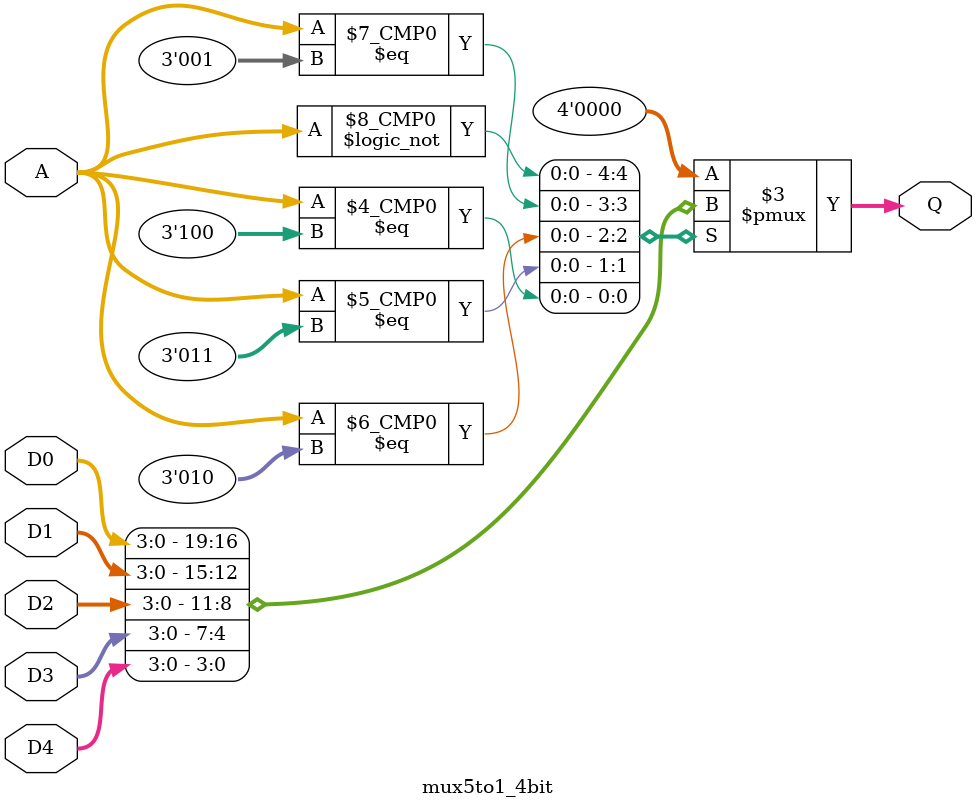
<source format=v>
module mux5to1_4bit (
    input [3:0] D0, D1, D2, D3, D4,
    input [2:0] A,
    output reg [3:0] Q
);

always @(*) begin
    case (A)
        3'b000: Q = D0;
        3'b001: Q = D1;
        3'b010: Q = D2;
        3'b011: Q = D3;
        3'b100: Q = D4;
        default: Q = 4'b0000;
    endcase
end

endmodule
</source>
